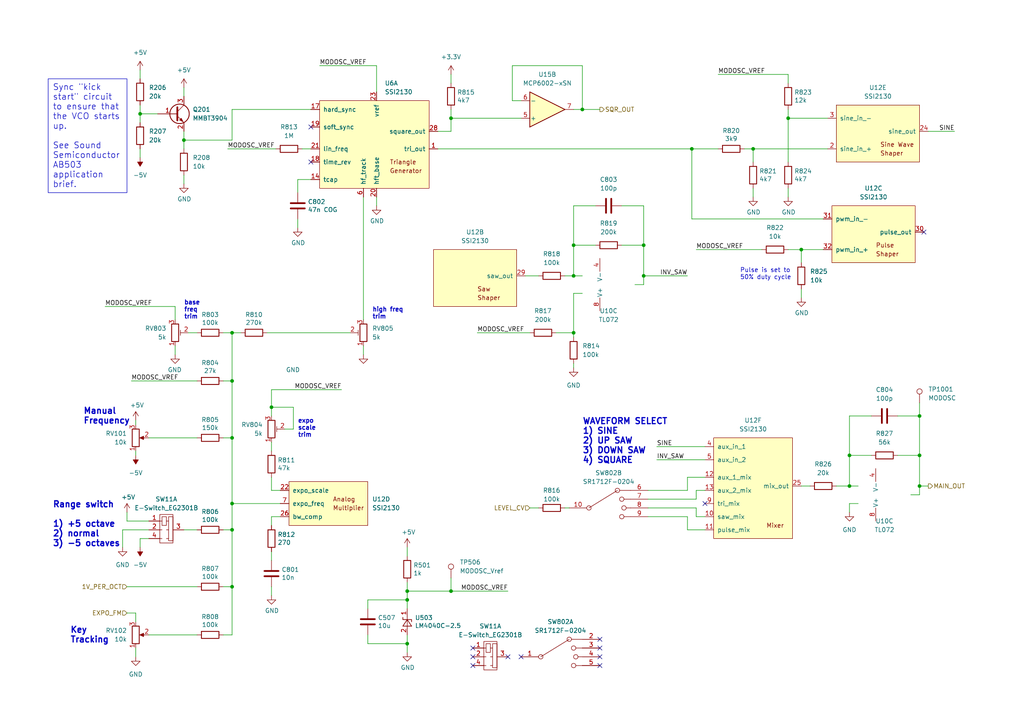
<source format=kicad_sch>
(kicad_sch (version 20230121) (generator eeschema)
  (paper "A4")
  (title_block (title "MICRO-OX Modulation Board") (date "2023-04-13") (rev "0") (comment 2 "creativecommons.org/licenses/by/4.0") (comment 3 "license: CC by 4.0") (comment 4 "Author: Jordan Aceto"))
  (lib_symbols
    (symbol "Amplifier_Operational:MCP6002-xSN" (pin_names (offset 0.127))
      (property "Reference" "U" (at 0 5.08 0))
      (property "Value" "MCP6002-xSN" (at 0 -5.08 0))
      (symbol "MCP6002-xSN_1_1"
        (polyline (pts (xy -5.08 5.08) (xy 5.08 0) (xy -5.08 -5.08) (xy -5.08 5.08)) (stroke (width 0.254)) (fill (type background)))
        (pin output line (at 7.62 0 180) (length 2.54) (name "~") (number "1"))
        (pin input line (at -7.62 -2.54 0) (length 2.54) (name "-") (number "2"))
        (pin input line (at -7.62 2.54 0) (length 2.54) (name "+") (number "3"))
      )
      (symbol "MCP6002-xSN_2_1"
        (polyline (pts (xy -5.08 5.08) (xy 5.08 0) (xy -5.08 -5.08) (xy -5.08 5.08)) (stroke (width 0.254)) (fill (type background)))
        (pin input line (at -7.62 2.54 0) (length 2.54) (name "+") (number "5"))
        (pin input line (at -7.62 -2.54 0) (length 2.54) (name "-") (number "6"))
        (pin output line (at 7.62 0 180) (length 2.54) (name "~") (number "7"))
      )
      (symbol "MCP6002-xSN_3_1"
        (pin power_in line (at -2.54 -7.62 90) (length 3.81) (name "V-") (number "4"))
        (pin power_in line (at -2.54 7.62 270) (length 3.81) (name "V+") (number "8"))
      )
    )
    (symbol "Amplifier_Operational:TL072" (pin_names (offset 0.127))
      (property "Reference" "U" (at 0 5.08 0))
      (property "Value" "TL072" (at 0 -5.08 0))
      (symbol "TL072_1_1"
        (polyline (pts (xy -5.08 5.08) (xy 5.08 0) (xy -5.08 -5.08) (xy -5.08 5.08)) (stroke (width 0.254)) (fill (type background)))
        (pin output line (at 7.62 0 180) (length 2.54) (name "~") (number "1"))
        (pin input line (at -7.62 -2.54 0) (length 2.54) (name "-") (number "2"))
        (pin input line (at -7.62 2.54 0) (length 2.54) (name "+") (number "3"))
      )
      (symbol "TL072_2_1"
        (polyline (pts (xy -5.08 5.08) (xy 5.08 0) (xy -5.08 -5.08) (xy -5.08 5.08)) (stroke (width 0.254)) (fill (type background)))
        (pin input line (at -7.62 2.54 0) (length 2.54) (name "+") (number "5"))
        (pin input line (at -7.62 -2.54 0) (length 2.54) (name "-") (number "6"))
        (pin output line (at 7.62 0 180) (length 2.54) (name "~") (number "7"))
      )
      (symbol "TL072_3_1"
        (pin power_in line (at -2.54 -7.62 90) (length 3.81) (name "V-") (number "4"))
        (pin power_in line (at -2.54 7.62 270) (length 3.81) (name "V+") (number "8"))
      )
    )
    (symbol "Connector:TestPoint" (pin_numbers hide) (pin_names (offset 0.762) hide)
      (property "Reference" "TP" (at 0 6.858 0))
      (property "Value" "TestPoint" (at 0 5.08 0))
      (symbol "TestPoint_0_1"
        (circle (center 0 3.302) (radius 0.762))
      )
      (symbol "TestPoint_1_1"
        (pin passive line (at 0 0 90) (length 2.54) (name "1") (number "1"))
      )
    )
    (symbol "Device:C" (pin_numbers hide) (pin_names (offset 0.254))
      (property "Reference" "C" (at 0.635 2.54 0))
      (property "Value" "C" (at 0.635 -2.54 0))
      (symbol "C_0_1"
        (polyline (pts (xy -2.032 -0.762) (xy 2.032 -0.762)) (stroke (width 0.508)))
        (polyline (pts (xy -2.032 0.762) (xy 2.032 0.762)) (stroke (width 0.508)))
      )
      (symbol "C_1_1"
        (pin passive line (at 0 3.81 270) (length 2.794) (name "~") (number "1"))
        (pin passive line (at 0 -3.81 90) (length 2.794) (name "~") (number "2"))
      )
    )
    (symbol "Device:R" (pin_numbers hide) (pin_names (offset 0))
      (property "Reference" "R" (at 2.032 0 90))
      (property "Value" "R" (at 0 0 90))
      (symbol "R_0_1"
        (rectangle (start -1.016 -2.54) (end 1.016 2.54) (stroke (width 0.254)))
      )
      (symbol "R_1_1"
        (pin passive line (at 0 3.81 270) (length 1.27) (name "~") (number "1"))
        (pin passive line (at 0 -3.81 90) (length 1.27) (name "~") (number "2"))
      )
    )
    (symbol "Device:R_Potentiometer" (pin_names (offset 1.016) hide)
      (property "Reference" "RV" (at -4.445 0 90))
      (property "Value" "R_Potentiometer" (at -2.54 0 90))
      (symbol "R_Potentiometer_0_1"
        (polyline (pts (xy 2.54 0) (xy 1.524 0)))
        (polyline (pts (xy 1.143 0) (xy 2.286 0.508) (xy 2.286 -0.508) (xy 1.143 0)) (fill (type outline)))
        (rectangle (start 1.016 2.54) (end -1.016 -2.54) (stroke (width 0.254)))
      )
      (symbol "R_Potentiometer_1_1"
        (pin passive line (at 0 3.81 270) (length 1.27) (name "1") (number "1"))
        (pin passive line (at 3.81 0 180) (length 1.27) (name "2") (number "2"))
        (pin passive line (at 0 -3.81 90) (length 1.27) (name "3") (number "3"))
      )
    )
    (symbol "Device:R_Potentiometer_Trim" (pin_names (offset 1.016) hide)
      (property "Reference" "RV" (at -4.445 0 90))
      (property "Value" "R_Potentiometer_Trim" (at -2.54 0 90))
      (symbol "R_Potentiometer_Trim_0_1"
        (polyline (pts (xy 1.524 0.762) (xy 1.524 -0.762)))
        (polyline (pts (xy 2.54 0) (xy 1.524 0)))
        (rectangle (start 1.016 2.54) (end -1.016 -2.54) (stroke (width 0.254)))
      )
      (symbol "R_Potentiometer_Trim_1_1"
        (pin passive line (at 0 3.81 270) (length 1.27) (name "1") (number "1"))
        (pin passive line (at 3.81 0 180) (length 1.27) (name "2") (number "2"))
        (pin passive line (at 0 -3.81 90) (length 1.27) (name "3") (number "3"))
      )
    )
    (symbol "Reference_Voltage:LM4040DBZ-2.5" (pin_names (offset 0.0254) hide)
      (property "Reference" "U" (at 0 2.54 0))
      (property "Value" "LM4040DBZ-2.5" (at 0 -3.175 0))
      (symbol "LM4040DBZ-2.5_0_1"
        (polyline (pts (xy -1.27 0) (xy 0 0) (xy 1.27 0)))
        (polyline (pts (xy -1.27 -1.27) (xy 0.635 0) (xy -1.27 1.27) (xy -1.27 -1.27)) (stroke (width 0.2032)))
        (polyline (pts (xy 0 -1.27) (xy 0.635 -1.27) (xy 0.635 1.27) (xy 1.27 1.27)) (stroke (width 0.2032)))
      )
      (symbol "LM4040DBZ-2.5_1_1"
        (pin passive line (at 3.81 0 180) (length 2.54) (name "K") (number "1"))
        (pin passive line (at -3.81 0 0) (length 2.54) (name "A") (number "2"))
      )
    )
    (symbol "Transistor_BJT:MMBT3904" (pin_names (offset 0) hide)
      (property "Reference" "Q" (at 5.08 1.905 0))
      (property "Value" "MMBT3904" (at 5.08 0 0))
      (symbol "MMBT3904_0_1"
        (polyline (pts (xy 0.635 0.635) (xy 2.54 2.54)))
        (polyline (pts (xy 0.635 -0.635) (xy 2.54 -2.54) (xy 2.54 -2.54)))
        (polyline (pts (xy 0.635 1.905) (xy 0.635 -1.905) (xy 0.635 -1.905)) (stroke (width 0.508)))
        (polyline (pts (xy 1.27 -1.778) (xy 1.778 -1.27) (xy 2.286 -2.286) (xy 1.27 -1.778) (xy 1.27 -1.778)) (fill (type outline)))
        (circle (center 1.27 0) (radius 2.8194) (stroke (width 0.254)))
      )
      (symbol "MMBT3904_1_1"
        (pin input line (at -5.08 0 0) (length 5.715) (name "B") (number "1"))
        (pin passive line (at 2.54 -5.08 90) (length 2.54) (name "E") (number "2"))
        (pin passive line (at 2.54 5.08 270) (length 2.54) (name "C") (number "3"))
      )
    )
    (symbol "custom_symbols:E-Switch_EG2301" (pin_names (offset 1.016) hide)
      (property "Reference" "SW501" (at 0 8.89 0))
      (property "Value" "E-Switch_EG2301" (at 0 6.35 0))
      (symbol "E-Switch_EG2301_0_1"
        (rectangle (start -1.905 3.81) (end -0.635 -3.175))
        (rectangle (start -1.905 4.445) (end 1.905 -3.81))
        (polyline (pts (xy -0.635 -2.54) (xy 0 -2.54)))
        (polyline (pts (xy -0.635 0) (xy 0 0)))
        (polyline (pts (xy -0.635 2.54) (xy 0 2.54)))
        (polyline (pts (xy 1.27 -2.54) (xy 1.905 -2.54)))
        (polyline (pts (xy 1.27 0) (xy 1.905 0)))
        (polyline (pts (xy 1.27 2.54) (xy 1.905 2.54) (xy 1.27 2.54)))
        (rectangle (start 0 3.81) (end 1.27 1.27))
      )
      (symbol "E-Switch_EG2301_1_1"
        (pin passive line (at 5.08 2.54 180) (length 3.175) (name "1") (number "1"))
        (pin passive line (at 5.08 0 180) (length 3.175) (name "2") (number "2"))
        (pin passive line (at -5.08 0 0) (length 3.175) (name "3") (number "3"))
        (pin passive line (at 5.08 -2.54 180) (length 3.175) (name "4") (number "4"))
      )
      (symbol "E-Switch_EG2301_2_1"
        (pin passive line (at 5.08 2.54 180) (length 3.175) (name "5") (number "5"))
        (pin passive line (at 5.08 0 180) (length 3.175) (name "6") (number "6"))
        (pin passive line (at -5.08 0 0) (length 3.175) (name "7") (number "7"))
        (pin passive line (at 5.08 -2.54 180) (length 3.175) (name "8") (number "8"))
      )
    )
    (symbol "custom_symbols:SR1712F-0204" (pin_names (offset 1.016) hide)
      (property "Reference" "SW?" (at -1.27 11.43 0))
      (property "Value" "SR1712F-0204" (at -1.27 8.89 0))
      (symbol "SR1712F-0204_0_0"
        (circle (center -4.445 0) (radius 0.635))
        (polyline (pts (xy -4.445 0) (xy 3.81 5.08)))
        (polyline (pts (xy 4.445 5.08) (xy 7.62 5.08)))
        (polyline (pts (xy 5.715 -2.54) (xy 7.62 -2.54)))
        (polyline (pts (xy 5.715 2.54) (xy 7.62 2.54)))
        (polyline (pts (xy 6.35 0) (xy 7.62 0)))
        (circle (center 3.81 5.08) (radius 0.635))
        (circle (center 5.08 -2.54) (radius 0.635))
        (circle (center 5.08 2.54) (radius 0.635))
        (circle (center 5.715 0) (radius 0.635))
      )
      (symbol "SR1712F-0204_1_1"
        (pin passive line (at -10.16 0 0) (length 5.08) (name "1") (number "1"))
        (pin passive line (at 12.7 5.08 180) (length 5.08) (name "2") (number "2"))
        (pin passive line (at 12.7 2.54 180) (length 5.08) (name "3") (number "3"))
        (pin passive line (at 12.7 0 180) (length 5.08) (name "4") (number "4"))
        (pin passive line (at 12.7 -2.54 180) (length 5.08) (name "5") (number "5"))
      )
      (symbol "SR1712F-0204_2_1"
        (pin passive line (at -10.16 0 0) (length 5.08) (name "10") (number "10"))
        (pin passive line (at 12.7 5.08 180) (length 5.08) (name "6") (number "6"))
        (pin passive line (at 12.7 2.54 180) (length 5.08) (name "7") (number "7"))
        (pin passive line (at 12.7 0 180) (length 5.08) (name "8") (number "8"))
        (pin passive line (at 12.7 -2.54 180) (length 5.08) (name "9") (number "9"))
      )
    )
    (symbol "custom_symbols:SSI2130" (pin_names (offset 1.016))
      (property "Reference" "U1" (at 2.0194 16.51 0))
      (property "Value" "SSI2130" (at 2.0194 13.97 0))
      (symbol "SSI2130_1_0"
        (polyline (pts (xy -16.51 11.43) (xy -16.51 -13.97) (xy 15.24 -13.97) (xy 15.24 11.43) (xy 6.35 11.43) (xy -16.51 11.43)) (fill (type background)))
        (text "Generator" (at 3.81 -8.89 0) (effects (font (size 1.27 1.27)) (justify left)))
        (text "Triangle" (at 3.81 -6.35 0) (effects (font (size 1.27 1.27)) (justify left)))
      )
      (symbol "SSI2130_1_1"
        (pin output line (at 17.78 -2.54 180) (length 2.54) (name "tri_out") (number "1"))
        (pin input line (at -19.05 -11.43 0) (length 2.54) (name "tcap") (number "14"))
        (pin input line (at -19.05 8.89 0) (length 2.54) (name "hard_sync") (number "17"))
        (pin input line (at -19.05 -6.35 0) (length 2.54) (name "time_rev") (number "18"))
        (pin input line (at -19.05 3.81 0) (length 2.54) (name "soft_sync") (number "19"))
        (pin input line (at 0 -16.51 90) (length 2.54) (name "hft_base") (number "20"))
        (pin input line (at -19.05 -2.54 0) (length 2.54) (name "lin_freq") (number "21"))
        (pin input line (at 0 13.97 270) (length 2.54) (name "vref") (number "23"))
        (pin output line (at 17.78 2.54 180) (length 2.54) (name "square_out") (number "28"))
        (pin input line (at -3.81 -16.51 90) (length 2.54) (name "hf_track") (number "6"))
      )
      (symbol "SSI2130_2_1"
        (polyline (pts (xy -11.43 0) (xy -11.43 7.62) (xy 12.7 7.62) (xy 12.7 -8.89) (xy -11.43 -8.89) (xy -11.43 0)) (fill (type background)))
        (text "Saw" (at 1.27 -3.81 0) (effects (font (size 1.27 1.27)) (justify left)))
        (text "Shaper" (at 1.27 -6.35 0) (effects (font (size 1.27 1.27)) (justify left)))
        (pin output line (at 15.24 0 180) (length 2.54) (name "saw_out") (number "29"))
      )
      (symbol "SSI2130_3_1"
        (polyline (pts (xy 12.7 7.62) (xy -11.43 7.62) (xy -11.43 -8.89) (xy 12.7 -8.89) (xy 12.7 7.62)) (fill (type background)))
        (text "Pulse" (at 1.27 -3.81 0) (effects (font (size 1.27 1.27)) (justify left)))
        (text "Shaper" (at 1.27 -6.35 0) (effects (font (size 1.27 1.27)) (justify left)))
        (pin output line (at 15.24 0 180) (length 2.54) (name "pulse_out") (number "30"))
        (pin input line (at -13.97 3.81 0) (length 2.54) (name "pwm_in_-") (number "31"))
        (pin input line (at -13.97 -5.08 0) (length 2.54) (name "pwm_in_+") (number "32"))
      )
      (symbol "SSI2130_4_1"
        (polyline (pts (xy -11.43 6.35) (xy -11.43 -6.35) (xy 11.43 -6.35) (xy 11.43 6.35) (xy -11.43 6.35)) (fill (type background)))
        (text "Analog" (at 1.27 1.27 0) (effects (font (size 1.27 1.27)) (justify left)))
        (text "Multiplier" (at 1.27 -1.27 0) (effects (font (size 1.27 1.27)) (justify left)))
        (pin input line (at -13.97 3.81 0) (length 2.54) (name "expo_scale") (number "22"))
        (pin input line (at -13.97 -3.81 0) (length 2.54) (name "bw_comp") (number "26"))
        (pin input line (at -13.97 0 0) (length 2.54) (name "expo_freq") (number "7"))
      )
      (symbol "SSI2130_5_1"
        (polyline (pts (xy -11.43 7.62) (xy -11.43 -8.89) (xy 12.7 -8.89) (xy 12.7 7.62) (xy -11.43 7.62)) (fill (type background)))
        (text "Shaper" (at 1.27 -6.35 0) (effects (font (size 1.27 1.27)) (justify left)))
        (text "Sine Wave" (at 1.27 -3.81 0) (effects (font (size 1.27 1.27)) (justify left)))
        (pin input line (at -13.97 -5.08 0) (length 2.54) (name "sine_in_+") (number "2"))
        (pin output line (at 15.24 0 180) (length 2.54) (name "sine_out") (number "24"))
        (pin input line (at -13.97 3.81 0) (length 2.54) (name "sine_in_-") (number "3"))
      )
      (symbol "SSI2130_6_1"
        (polyline (pts (xy 11.43 -11.43) (xy -11.43 -11.43) (xy -11.43 10.16) (xy -11.43 17.78) (xy 11.43 17.78) (xy 11.43 -11.43)) (fill (type background)))
        (text "Mixer" (at 3.81 -7.62 0) (effects (font (size 1.27 1.27)) (justify left)))
        (pin input line (at -13.97 -5.08 0) (length 2.54) (name "saw_mix") (number "10"))
        (pin input line (at -13.97 -8.89 0) (length 2.54) (name "pulse_mix") (number "11"))
        (pin input line (at -13.97 6.35 0) (length 2.54) (name "aux_1_mix") (number "12"))
        (pin input line (at -13.97 2.54 0) (length 2.54) (name "aux_2_mix") (number "13"))
        (pin output line (at 13.97 3.81 180) (length 2.54) (name "mix_out") (number "25"))
        (pin input line (at -13.97 15.24 0) (length 2.54) (name "aux_in_1") (number "4"))
        (pin input line (at -13.97 11.43 0) (length 2.54) (name "aux_in_2") (number "5"))
        (pin input line (at -13.97 -1.27 0) (length 2.54) (name "tri_mix") (number "9"))
      )
      (symbol "SSI2130_7_1"
        (polyline (pts (xy -11.43 6.35) (xy -11.43 -6.35) (xy 11.43 -6.35) (xy 11.43 6.35) (xy -11.43 6.35)) (fill (type background)))
        (text "Power" (at 1.27 0 0) (effects (font (size 1.27 1.27)) (justify left)))
        (pin power_in line (at -13.97 -1.27 0) (length 2.54) (name "dgnd") (number "15"))
        (pin power_in line (at -13.97 1.27 0) (length 2.54) (name "agnd") (number "16"))
        (pin power_in line (at -13.97 3.81 0) (length 2.54) (name "V+") (number "27"))
        (pin power_in line (at -13.97 -3.81 0) (length 2.54) (name "V-") (number "8"))
      )
    )
    (symbol "power:+3.3V" (power) (pin_names (offset 0))
      (property "Value" "+3.3V" (at 0 3.556 0))
      (symbol "+3.3V_0_1"
        (polyline (pts (xy -0.762 1.27) (xy 0 2.54)))
        (polyline (pts (xy 0 0) (xy 0 2.54)))
        (polyline (pts (xy 0 2.54) (xy 0.762 1.27)))
      )
      (symbol "+3.3V_1_1"
        (pin power_in line (at 0 0 90) (length 0) hide (name "+3.3V") (number "1"))
      )
    )
    (symbol "power:+5V" (power) (pin_names (offset 0))
      (property "Value" "+5V" (at 0 3.556 0))
      (symbol "+5V_0_1"
        (polyline (pts (xy -0.762 1.27) (xy 0 2.54)))
        (polyline (pts (xy 0 0) (xy 0 2.54)))
        (polyline (pts (xy 0 2.54) (xy 0.762 1.27)))
      )
      (symbol "+5V_1_1"
        (pin power_in line (at 0 0 90) (length 0) hide (name "+5V") (number "1"))
      )
    )
    (symbol "power:-5V" (power) (pin_names (offset 0))
      (property "Value" "-5V" (at 0 3.81 0))
      (symbol "-5V_0_0"
        (pin power_in line (at 0 0 90) (length 0) hide (name "-5V") (number "1"))
      )
      (symbol "-5V_0_1"
        (polyline (pts (xy 0 0) (xy 0 1.27) (xy 0.762 1.27) (xy 0 2.54) (xy -0.762 1.27) (xy 0 1.27)) (fill (type outline)))
      )
    )
    (symbol "power:GND" (power) (pin_names (offset 0))
      (property "Value" "GND" (at 0 -3.81 0))
      (symbol "GND_0_1"
        (polyline (pts (xy 0 0) (xy 0 -1.27) (xy 1.27 -1.27) (xy 0 -2.54) (xy -1.27 -1.27) (xy 0 -1.27)))
      )
      (symbol "GND_1_1"
        (pin power_in line (at 0 0 270) (length 0) hide (name "GND") (number "1"))
      )
    )
  )
  (junction (at 232.41 72.39))
  (junction (at 246.38 132.08))
  (junction (at 130.81 171.45))
  (junction (at 266.7 140.97))
  (junction (at 67.31 153.67))
  (junction (at 200.66 43.18))
  (junction (at 266.7 132.08))
  (junction (at 186.69 80.01))
  (junction (at 40.64 33.02))
  (junction (at 166.37 71.12))
  (junction (at 78.74 118.11))
  (junction (at 166.37 96.52))
  (junction (at 168.91 31.75))
  (junction (at 118.11 186.69))
  (junction (at 67.31 170.18))
  (junction (at 53.34 40.64))
  (junction (at 130.81 34.29))
  (junction (at 228.6 34.29))
  (junction (at 246.38 140.97))
  (junction (at 67.31 127))
  (junction (at 186.69 71.12))
  (junction (at 166.37 80.01))
  (junction (at 67.31 110.49))
  (junction (at 266.7 120.65))
  (junction (at 67.31 96.52))
  (junction (at 67.31 146.05))
  (junction (at 118.11 171.45))
  (junction (at 118.11 173.99))
  (junction (at 218.44 43.18))
  (no_connect (at 137.16 187.96))
  (no_connect (at 147.32 190.5))
  (no_connect (at 267.97 67.31))
  (no_connect (at 90.17 46.99))
  (no_connect (at 151.13 190.5))
  (no_connect (at 204.47 146.05))
  (no_connect (at 173.99 193.04))
  (no_connect (at 137.16 190.5))
  (no_connect (at 173.99 190.5))
  (no_connect (at 173.99 185.42))
  (no_connect (at 137.16 193.04))
  (no_connect (at 90.17 36.83))
  (no_connect (at 173.99 187.96))
  (wire (pts (xy 180.34 71.12) (xy 186.69 71.12)))
  (wire (pts (xy 118.11 176.53) (xy 118.11 173.99)))
  (wire (pts (xy 78.74 149.86) (xy 81.28 149.86)))
  (wire (pts (xy 246.38 148.59) (xy 246.38 146.05)))
  (wire (pts (xy 130.81 167.64) (xy 130.81 171.45)))
  (wire (pts (xy 67.31 146.05) (xy 67.31 153.67)))
  (wire (pts (xy 201.93 144.78) (xy 201.93 142.24)))
  (wire (pts (xy 64.77 170.18) (xy 67.31 170.18)))
  (wire (pts (xy 260.35 132.08) (xy 266.7 132.08)))
  (wire (pts (xy 40.64 20.32) (xy 40.64 22.86)))
  (wire (pts (xy 64.77 184.15) (xy 67.31 184.15)))
  (wire (pts (xy 199.39 142.24) (xy 199.39 138.43)))
  (wire (pts (xy 246.38 120.65) (xy 246.38 132.08)))
  (wire (pts (xy 201.93 147.32) (xy 187.96 147.32)))
  (wire (pts (xy 269.24 38.1) (xy 276.86 38.1)))
  (wire (pts (xy 78.74 152.4) (xy 78.74 149.86)))
  (wire (pts (xy 39.37 177.8) (xy 39.37 180.34)))
  (wire (pts (xy 266.7 132.08) (xy 266.7 140.97)))
  (wire (pts (xy 200.66 63.5) (xy 200.66 43.18)))
  (wire (pts (xy 208.28 21.59) (xy 228.6 21.59)))
  (wire (pts (xy 36.83 177.8) (xy 39.37 177.8)))
  (wire (pts (xy 92.71 19.05) (xy 109.22 19.05)))
  (wire (pts (xy 186.69 82.55) (xy 184.15 82.55)))
  (wire (pts (xy 85.09 124.46) (xy 85.09 118.11)))
  (wire (pts (xy 130.81 34.29) (xy 130.81 31.75)))
  (wire (pts (xy 148.59 29.21) (xy 148.59 19.05)))
  (wire (pts (xy 67.31 40.64) (xy 67.31 31.75)))
  (wire (pts (xy 166.37 80.01) (xy 166.37 71.12)))
  (wire (pts (xy 130.81 38.1) (xy 130.81 34.29)))
  (wire (pts (xy 252.73 120.65) (xy 246.38 120.65)))
  (wire (pts (xy 53.34 40.64) (xy 53.34 43.18)))
  (wire (pts (xy 78.74 130.81) (xy 78.74 128.27)))
  (wire (pts (xy 130.81 24.13) (xy 130.81 21.59)))
  (wire (pts (xy 266.7 116.84) (xy 266.7 120.65)))
  (wire (pts (xy 67.31 110.49) (xy 67.31 127)))
  (wire (pts (xy 53.34 40.64) (xy 67.31 40.64)))
  (wire (pts (xy 67.31 31.75) (xy 90.17 31.75)))
  (wire (pts (xy 106.68 186.69) (xy 118.11 186.69)))
  (wire (pts (xy 64.77 96.52) (xy 67.31 96.52)))
  (wire (pts (xy 166.37 31.75) (xy 168.91 31.75)))
  (wire (pts (xy 106.68 173.99) (xy 118.11 173.99)))
  (wire (pts (xy 81.28 146.05) (xy 67.31 146.05)))
  (wire (pts (xy 36.83 148.59) (xy 36.83 151.13)))
  (wire (pts (xy 67.31 110.49) (xy 64.77 110.49)))
  (wire (pts (xy 127 43.18) (xy 200.66 43.18)))
  (wire (pts (xy 204.47 149.86) (xy 201.93 149.86)))
  (wire (pts (xy 43.18 184.15) (xy 57.15 184.15)))
  (wire (pts (xy 40.64 156.21) (xy 40.64 158.75)))
  (wire (pts (xy 40.64 43.18) (xy 40.64 45.72)))
  (wire (pts (xy 201.93 72.39) (xy 220.98 72.39)))
  (wire (pts (xy 118.11 171.45) (xy 130.81 171.45)))
  (wire (pts (xy 166.37 71.12) (xy 172.72 71.12)))
  (wire (pts (xy 39.37 187.96) (xy 39.37 190.5)))
  (wire (pts (xy 248.92 140.97) (xy 246.38 140.97)))
  (wire (pts (xy 240.03 34.29) (xy 228.6 34.29)))
  (wire (pts (xy 200.66 43.18) (xy 208.28 43.18)))
  (wire (pts (xy 50.8 88.9) (xy 50.8 92.71)))
  (wire (pts (xy 40.64 156.21) (xy 43.18 156.21)))
  (wire (pts (xy 232.41 140.97) (xy 234.95 140.97)))
  (wire (pts (xy 82.55 124.46) (xy 85.09 124.46)))
  (wire (pts (xy 168.91 31.75) (xy 168.91 19.05)))
  (wire (pts (xy 66.04 43.18) (xy 80.01 43.18)))
  (wire (pts (xy 201.93 149.86) (xy 201.93 147.32)))
  (wire (pts (xy 186.69 71.12) (xy 186.69 80.01)))
  (wire (pts (xy 78.74 113.03) (xy 99.06 113.03)))
  (wire (pts (xy 109.22 19.05) (xy 109.22 26.67)))
  (wire (pts (xy 232.41 72.39) (xy 232.41 76.2)))
  (wire (pts (xy 40.64 30.48) (xy 40.64 33.02)))
  (wire (pts (xy 163.83 147.32) (xy 165.1 147.32)))
  (wire (pts (xy 50.8 102.87) (xy 50.8 100.33)))
  (wire (pts (xy 118.11 158.75) (xy 118.11 161.29)))
  (wire (pts (xy 40.64 33.02) (xy 40.64 35.56)))
  (wire (pts (xy 166.37 85.09) (xy 166.37 96.52)))
  (wire (pts (xy 152.4 80.01) (xy 156.21 80.01)))
  (wire (pts (xy 260.35 120.65) (xy 266.7 120.65)))
  (wire (pts (xy 86.36 66.04) (xy 86.36 63.5)))
  (wire (pts (xy 67.31 127) (xy 67.31 146.05)))
  (wire (pts (xy 130.81 34.29) (xy 151.13 34.29)))
  (wire (pts (xy 118.11 173.99) (xy 118.11 171.45)))
  (wire (pts (xy 246.38 146.05) (xy 248.92 146.05)))
  (wire (pts (xy 78.74 118.11) (xy 78.74 120.65)))
  (wire (pts (xy 38.1 110.49) (xy 57.15 110.49)))
  (wire (pts (xy 199.39 138.43) (xy 204.47 138.43)))
  (wire (pts (xy 187.96 142.24) (xy 199.39 142.24)))
  (wire (pts (xy 190.5 133.35) (xy 204.47 133.35)))
  (wire (pts (xy 166.37 106.68) (xy 166.37 105.41)))
  (wire (pts (xy 172.72 59.69) (xy 166.37 59.69)))
  (wire (pts (xy 118.11 189.23) (xy 118.11 186.69)))
  (wire (pts (xy 54.61 96.52) (xy 57.15 96.52)))
  (wire (pts (xy 228.6 24.13) (xy 228.6 21.59)))
  (wire (pts (xy 86.36 52.07) (xy 90.17 52.07)))
  (wire (pts (xy 187.96 144.78) (xy 201.93 144.78)))
  (wire (pts (xy 106.68 184.15) (xy 106.68 186.69)))
  (wire (pts (xy 118.11 186.69) (xy 118.11 184.15)))
  (wire (pts (xy 186.69 71.12) (xy 186.69 59.69)))
  (wire (pts (xy 78.74 172.72) (xy 78.74 170.18)))
  (wire (pts (xy 232.41 83.82) (xy 232.41 86.36)))
  (wire (pts (xy 130.81 171.45) (xy 147.32 171.45)))
  (wire (pts (xy 86.36 55.88) (xy 86.36 52.07)))
  (wire (pts (xy 242.57 140.97) (xy 246.38 140.97)))
  (wire (pts (xy 53.34 38.1) (xy 53.34 40.64)))
  (wire (pts (xy 228.6 72.39) (xy 232.41 72.39)))
  (wire (pts (xy 67.31 96.52) (xy 67.31 110.49)))
  (wire (pts (xy 101.6 96.52) (xy 77.47 96.52)))
  (wire (pts (xy 166.37 97.79) (xy 166.37 96.52)))
  (wire (pts (xy 78.74 138.43) (xy 78.74 142.24)))
  (wire (pts (xy 53.34 53.34) (xy 53.34 50.8)))
  (wire (pts (xy 67.31 170.18) (xy 67.31 153.67)))
  (wire (pts (xy 201.93 142.24) (xy 204.47 142.24)))
  (wire (pts (xy 67.31 96.52) (xy 69.85 96.52)))
  (wire (pts (xy 67.31 127) (xy 64.77 127)))
  (wire (pts (xy 151.13 29.21) (xy 148.59 29.21)))
  (wire (pts (xy 81.28 142.24) (xy 78.74 142.24)))
  (wire (pts (xy 67.31 184.15) (xy 67.31 170.18)))
  (wire (pts (xy 168.91 31.75) (xy 173.99 31.75)))
  (wire (pts (xy 166.37 59.69) (xy 166.37 71.12)))
  (wire (pts (xy 39.37 121.92) (xy 39.37 123.19)))
  (wire (pts (xy 228.6 46.99) (xy 228.6 34.29)))
  (wire (pts (xy 109.22 59.69) (xy 109.22 57.15)))
  (wire (pts (xy 266.7 143.51) (xy 264.16 143.51)))
  (wire (pts (xy 204.47 153.67) (xy 199.39 153.67)))
  (wire (pts (xy 168.91 80.01) (xy 166.37 80.01)))
  (wire (pts (xy 106.68 176.53) (xy 106.68 173.99)))
  (wire (pts (xy 127 38.1) (xy 130.81 38.1)))
  (wire (pts (xy 87.63 43.18) (xy 90.17 43.18)))
  (wire (pts (xy 163.83 80.01) (xy 166.37 80.01)))
  (wire (pts (xy 78.74 162.56) (xy 78.74 160.02)))
  (wire (pts (xy 118.11 171.45) (xy 118.11 168.91)))
  (wire (pts (xy 199.39 149.86) (xy 187.96 149.86)))
  (wire (pts (xy 246.38 140.97) (xy 246.38 132.08)))
  (wire (pts (xy 39.37 130.81) (xy 39.37 132.08)))
  (wire (pts (xy 85.09 118.11) (xy 78.74 118.11)))
  (wire (pts (xy 186.69 80.01) (xy 186.69 82.55)))
  (wire (pts (xy 199.39 80.01) (xy 186.69 80.01)))
  (wire (pts (xy 186.69 59.69) (xy 180.34 59.69)))
  (wire (pts (xy 266.7 140.97) (xy 269.24 140.97)))
  (wire (pts (xy 190.5 129.54) (xy 204.47 129.54)))
  (wire (pts (xy 228.6 54.61) (xy 228.6 57.15)))
  (wire (pts (xy 153.67 147.32) (xy 156.21 147.32)))
  (wire (pts (xy 166.37 85.09) (xy 168.91 85.09)))
  (wire (pts (xy 36.83 170.18) (xy 57.15 170.18)))
  (wire (pts (xy 35.56 158.75) (xy 35.56 153.67)))
  (wire (pts (xy 105.41 102.87) (xy 105.41 100.33)))
  (wire (pts (xy 35.56 153.67) (xy 43.18 153.67)))
  (wire (pts (xy 36.83 151.13) (xy 43.18 151.13)))
  (wire (pts (xy 30.48 88.9) (xy 50.8 88.9)))
  (wire (pts (xy 138.43 96.52) (xy 153.67 96.52)))
  (wire (pts (xy 57.15 127) (xy 43.18 127)))
  (wire (pts (xy 218.44 46.99) (xy 218.44 43.18)))
  (wire (pts (xy 168.91 19.05) (xy 148.59 19.05)))
  (wire (pts (xy 78.74 113.03) (xy 78.74 118.11)))
  (wire (pts (xy 53.34 27.94) (xy 53.34 25.4)))
  (wire (pts (xy 199.39 153.67) (xy 199.39 149.86)))
  (wire (pts (xy 228.6 34.29) (xy 228.6 31.75)))
  (wire (pts (xy 53.34 153.67) (xy 57.15 153.67)))
  (wire (pts (xy 215.9 43.18) (xy 218.44 43.18)))
  (wire (pts (xy 246.38 132.08) (xy 252.73 132.08)))
  (wire (pts (xy 218.44 43.18) (xy 240.03 43.18)))
  (wire (pts (xy 266.7 140.97) (xy 266.7 143.51)))
  (wire (pts (xy 161.29 96.52) (xy 166.37 96.52)))
  (wire (pts (xy 218.44 54.61) (xy 218.44 57.15)))
  (wire (pts (xy 64.77 153.67) (xy 67.31 153.67)))
  (wire (pts (xy 105.41 57.15) (xy 105.41 92.71)))
  (wire (pts (xy 232.41 72.39) (xy 238.76 72.39)))
  (wire (pts (xy 238.76 63.5) (xy 200.66 63.5)))
  (wire (pts (xy 266.7 120.65) (xy 266.7 132.08)))
  (wire (pts (xy 40.64 33.02) (xy 45.72 33.02)))
  (text_box "Sync \"kick start\" circuit to ensure that the VCO starts up.\n\nSee Sound Semiconductor AB503 application brief." (at 13.97 22.86 0) (size 22.86 33.02) (effects (font (size 1.75 1.75)) (justify left top)))
  (text "Range switch\n\n1) +5 octave\n2) normal\n3) -5 octaves" (at 15.24 158.75 0) (effects (font (size 1.75 1.75) (thickness 0.35) bold) (justify left bottom)))
  (text "Key\nTracking" (at 20.32 186.69 0) (effects (font (size 1.75 1.75) (thickness 0.35) bold) (justify left bottom)))
  (text "WAVEFORM SELECT\n1) SINE\n2) UP SAW\n3) DOWN SAW\n4) SQUARE" (at 168.91 134.62 0) (effects (font (size 1.75 1.75) (thickness 0.35) bold) (justify left bottom)))
  (text "expo\nscale \ntrim" (at 86.36 127 0) (effects (font (size 1.27 1.27) (thickness 0.254) bold) (justify left bottom)))
  (text "Pulse is set to\n50% duty cycle" (at 214.63 81.28 0) (effects (font (size 1.27 1.27)) (justify left bottom)))
  (text "Manual\nFrequency" (at 24.13 123.19 0) (effects (font (size 1.75 1.75) (thickness 0.35) bold) (justify left bottom)))
  (text "base\nfreq\ntrim" (at 53.34 92.71 0) (effects (font (size 1.27 1.27) (thickness 0.254) bold) (justify left bottom)))
  (text "high freq\ntrim" (at 107.95 92.71 0) (effects (font (size 1.27 1.27) (thickness 0.254) bold) (justify left bottom)))
  (label "MODOSC_VREF" (at 147.32 171.45 180))
  (label "INV_SAW" (at 190.5 133.35 0))
  (label "MODOSC_VREF" (at 66.04 43.18 0))
  (label "MODOSC_VREF" (at 138.43 96.52 0))
  (label "MODOSC_VREF" (at 208.28 21.59 0))
  (label "INV_SAW" (at 199.39 80.01 180))
  (label "MODOSC_VREF" (at 201.93 72.39 0))
  (label "MODOSC_VREF" (at 38.1 110.49 0))
  (label "SINE" (at 276.86 38.1 180))
  (label "MODOSC_VREF" (at 99.06 113.03 180))
  (label "MODOSC_VREF" (at 30.48 88.9 0))
  (label "MODOSC_VREF" (at 92.71 19.05 0))
  (label "SINE" (at 190.5 129.54 0))
  (hierarchical_label "MAIN_OUT" (shape output) (at 269.24 140.97 0))
  (hierarchical_label "1V_PER_OCT" (shape input) (at 36.83 170.18 180))
  (hierarchical_label "EXPO_FM" (shape input) (at 36.83 177.8 180))
  (hierarchical_label "LEVEL_CV" (shape input) (at 153.67 147.32 180))
  (hierarchical_label "SQR_OUT" (shape output) (at 173.99 31.75 0))
  (symbol (lib_id "Device:C") (at 86.36 59.69 0) (unit 1)
    (property "Reference" "C802" (at 89.281 58.5216 0) (effects (justify left)))
    (property "Value" "47n COG" (at 89.281 60.833 0) (effects (justify left)))
    (property "Footprint" "Capacitor_SMD:C_0805_2012Metric" (effects hide))
  )
  (symbol (lib_id "power:GND") (at 166.37 106.68 0) (unit 1)
    (property "Reference" "#PWR0821" (effects hide))
    (property "Value" "GND" (at 166.37 111.76 0))
  )
  (symbol (lib_id "Device:R") (at 224.79 72.39 90) (unit 1)
    (property "Reference" "R822" (at 224.79 66.04 90))
    (property "Value" "10k" (at 224.79 68.58 90))
    (property "Footprint" "Resistor_SMD:R_0603_1608Metric" (effects hide))
  )
  (symbol (lib_id "Device:R_Potentiometer") (at 39.37 184.15 0) (mirror x) (unit 1)
    (property "Reference" "RV102" (at 36.83 182.8799 0) (effects (justify right)))
    (property "Value" "10k" (at 36.83 185.4199 0) (effects (justify right)))
    (property "Footprint" "Potentiometer_THT:Potentiometer_Alpha_RD901F-40-00D_Single_Vertical" (effects hide))
    (instances (project "modulation_board" (path "" (reference "RV102") (unit 1)) (path "" (reference "RV802") (unit 1))))
  )
  (symbol (lib_id "Device:R") (at 60.96 170.18 270) (unit 1)
    (property "Reference" "R807" (at 60.96 164.9222 90))
    (property "Value" "100k" (at 60.96 167.2336 90))
    (property "Footprint" "Resistor_SMD:R_0603_1608Metric" (effects hide))
  )
  (symbol (lib_id "power:GND") (at 86.36 66.04 0) (unit 1)
    (property "Reference" "#PWR0815" (effects hide))
    (property "Value" "~" (at 86.487 70.4342 0))
  )
  (symbol (lib_id "Device:C") (at 256.54 120.65 90) (unit 1)
    (property "Reference" "C804" (at 256.54 113.03 90))
    (property "Value" "100p" (at 256.54 115.57 90))
    (property "Footprint" "Capacitor_SMD:C_0603_1608Metric" (effects hide))
  )
  (symbol (lib_id "Device:R") (at 78.74 156.21 0) (unit 1)
    (property "Reference" "R812" (at 80.518 155.0416 0) (effects (justify left)))
    (property "Value" "270" (at 80.518 157.353 0) (effects (justify left)))
    (property "Footprint" "Resistor_SMD:R_0603_1608Metric" (effects hide))
  )
  (symbol (lib_id "Device:R") (at 166.37 101.6 180) (unit 1)
    (property "Reference" "R814" (at 168.91 100.33 0) (effects (justify right)))
    (property "Value" "100k" (at 168.91 102.87 0) (effects (justify right)))
    (property "Footprint" "Resistor_SMD:R_0603_1608Metric" (effects hide))
  )
  (symbol (lib_id "power:GND") (at 218.44 57.15 0) (unit 1)
    (property "Reference" "#PWR0822" (effects hide))
    (property "Value" "~" (at 218.567 61.5442 0))
  )
  (symbol (lib_id "Device:R") (at 130.81 27.94 180) (unit 1)
    (property "Reference" "R815" (at 132.588 26.7716 0) (effects (justify right)))
    (property "Value" "4k7" (at 132.588 29.083 0) (effects (justify right)))
    (property "Footprint" "Resistor_SMD:R_0603_1608Metric" (effects hide))
  )
  (symbol (lib_id "custom_symbols:SR1712F-0204") (at 161.29 190.5 0) (unit 1)
    (property "Reference" "SW802" (at 162.56 180.34 0))
    (property "Value" "SR1712F-0204" (at 162.56 182.88 0))
    (property "Footprint" "custom_footprints:SR1712F_rotary_switch" (effects hide))
  )
  (symbol (lib_id "custom_symbols:SSI2130") (at 95.25 146.05 0) (unit 4)
    (property "Reference" "U12" (at 107.95 144.78 0) (effects (justify left)))
    (property "Value" "SSI2130" (at 107.95 147.32 0) (effects (justify left)))
    (property "Footprint" "Package_DFN_QFN:QFN-32-1EP_4x4mm_P0.4mm_EP2.9x2.9mm" (effects hide))
    (property "Datasheet" "https://www.soundsemiconductor.com/downloads/ssi2130datasheet.pdf" (effects hide))
  )
  (symbol (lib_id "custom_symbols:E-Switch_EG2301") (at 142.24 190.5 0) (mirror y) (unit 1)
    (property "Reference" "SW11" (at 142.24 181.61 0))
    (property "Value" "E-Switch_EG2301B" (at 142.24 184.15 0))
    (property "Footprint" "custom_footprints:E-Switch_EG2301" (effects hide))
    (property "Datasheet" "https://www.e-switch.com/wp-content/uploads/2022/06/EG.pdf" (effects hide))
    (instances (project "main_VCO_board" (path "" (reference "SW11") (unit 1))) (project "modulation_board" (path "" (reference "SW?") (unit 1)) (path "" (reference "SW801") (unit 2))))
  )
  (symbol (lib_id "power:GND") (at 118.11 189.23 0) (unit 1)
    (property "Reference" "#PWR0514" (effects hide))
    (property "Value" "GND" (at 118.237 193.6242 0))
    (instances (project "modulation_board" (path "" (reference "#PWR0514") (unit 1)) (path "" (reference "#PWR0602") (unit 1)) (path "" (reference "#PWR0827") (unit 1))))
  )
  (symbol (lib_id "Transistor_BJT:MMBT3904") (at 50.8 33.02 0) (unit 1)
    (property "Reference" "Q201" (at 55.88 31.75 0) (effects (justify left)))
    (property "Value" "MMBT3904" (at 55.88 34.29 0) (effects (justify left)))
    (property "Footprint" "Package_TO_SOT_SMD:SOT-23" (effects hide))
    (property "Datasheet" "https://www.onsemi.com/pub/Collateral/2N3903-D.PDF" (effects hide))
    (instances (project "main_VCO_board" (path "" (reference "Q201") (unit 1)) (path "" (reference "Q301") (unit 1))) (project "modulation_board" (path "" (reference "Q801") (unit 1))))
  )
  (symbol (lib_id "Device:R") (at 60.96 127 270) (unit 1)
    (property "Reference" "R805" (at 60.96 121.7422 90))
    (property "Value" "150k" (at 60.96 124.0536 90))
    (property "Footprint" "Resistor_SMD:R_0603_1608Metric" (effects hide))
  )
  (symbol (lib_id "power:GND") (at 246.38 148.59 0) (unit 1)
    (property "Reference" "#PWR0825" (effects hide))
    (property "Value" "GND" (at 246.38 153.67 0))
  )
  (symbol (lib_id "Device:C") (at 176.53 59.69 90) (unit 1)
    (property "Reference" "C803" (at 176.53 52.07 90))
    (property "Value" "100p" (at 176.53 54.61 90))
    (property "Footprint" "Capacitor_SMD:C_0603_1608Metric" (effects hide))
  )
  (symbol (lib_id "power:+5V") (at 36.83 148.59 0) (unit 1)
    (property "Reference" "#PWR0110" (effects hide))
    (property "Value" "+5V" (at 37.211 144.1958 0))
    (instances (project "modulation_board" (path "" (reference "#PWR0110") (unit 1)) (path "" (reference "#PWR0805") (unit 1))))
  )
  (symbol (lib_id "Amplifier_Operational:TL072") (at 256.54 143.51 0) (mirror x) (unit 3)
    (property "Reference" "U10" (at 256.54 151.13 0))
    (property "Value" "TL072" (at 256.54 153.67 0))
    (property "Footprint" "Package_SO:SOIC-8_3.9x4.9mm_P1.27mm" (effects hide))
    (property "Datasheet" "http://www.ti.com/lit/ds/symlink/tl071.pdf" (effects hide))
    (instances (project "modulation_board" (path "" (reference "U10") (unit 3)) (path "" (reference "U13") (unit 2))) (project "VCF_VCA_board" (path "" (reference "U1") (unit 3))))
  )
  (symbol (lib_id "Amplifier_Operational:MCP6002-xSN") (at 158.75 31.75 0) (mirror x) (unit 2)
    (property "Reference" "U15" (at 158.75 21.59 0))
    (property "Value" "MCP6002-xSN" (at 158.75 24.13 0))
    (property "Footprint" "Package_SO:SOIC-8_3.9x4.9mm_P1.27mm" (effects hide))
    (property "Datasheet" "http://ww1.microchip.com/downloads/en/DeviceDoc/21733j.pdf" (effects hide))
  )
  (symbol (lib_id "Device:R") (at 232.41 80.01 0) (unit 1)
    (property "Reference" "R825" (at 234.95 78.7399 0) (effects (justify left)))
    (property "Value" "10k" (at 234.95 81.2799 0) (effects (justify left)))
    (property "Footprint" "Resistor_SMD:R_0603_1608Metric" (effects hide))
  )
  (symbol (lib_id "Device:R") (at 78.74 134.62 0) (unit 1)
    (property "Reference" "R811" (at 80.518 133.4516 0) (effects (justify left)))
    (property "Value" "47k" (at 80.518 135.763 0) (effects (justify left)))
    (property "Footprint" "Resistor_SMD:R_0603_1608Metric" (effects hide))
  )
  (symbol (lib_id "custom_symbols:SSI2130") (at 254 38.1 0) (unit 5)
    (property "Reference" "U12" (at 254.635 25.4 0))
    (property "Value" "SSI2130" (at 254.635 27.94 0))
    (property "Footprint" "Package_DFN_QFN:QFN-32-1EP_4x4mm_P0.4mm_EP2.9x2.9mm" (effects hide))
    (property "Datasheet" "https://www.soundsemiconductor.com/downloads/ssi2130datasheet.pdf" (effects hide))
  )
  (symbol (lib_id "power:GND") (at 232.41 86.36 0) (unit 1)
    (property "Reference" "#PWR0824" (effects hide))
    (property "Value" "~" (at 232.537 90.7542 0))
  )
  (symbol (lib_id "power:+5V") (at 118.11 158.75 0) (unit 1)
    (property "Reference" "#PWR0513" (effects hide))
    (property "Value" "+5V" (at 118.491 154.3558 0))
    (instances (project "modulation_board" (path "" (reference "#PWR0513") (unit 1)) (path "" (reference "#PWR0601") (unit 1)) (path "" (reference "#PWR0826") (unit 1))))
  )
  (symbol (lib_id "custom_symbols:E-Switch_EG2301") (at 48.26 153.67 0) (mirror y) (unit 1)
    (property "Reference" "SW11" (at 48.26 144.78 0))
    (property "Value" "E-Switch_EG2301B" (at 48.26 147.32 0))
    (property "Footprint" "custom_footprints:E-Switch_EG2301" (effects hide))
    (property "Datasheet" "https://www.e-switch.com/wp-content/uploads/2022/06/EG.pdf" (effects hide))
    (instances (project "main_VCO_board" (path "" (reference "SW11") (unit 1))) (project "modulation_board" (path "" (reference "SW?") (unit 1)) (path "" (reference "SW801") (unit 1))))
  )
  (symbol (lib_id "power:+3.3V") (at 130.81 21.59 0) (unit 1)
    (property "Reference" "#PWR0819" (effects hide))
    (property "Value" "+3.3V" (at 130.81 16.51 0))
  )
  (symbol (lib_id "custom_symbols:SR1712F-0204") (at 175.26 147.32 0) (unit 2)
    (property "Reference" "SW802" (at 176.53 137.16 0))
    (property "Value" "SR1712F-0204" (at 176.53 139.7 0))
    (property "Footprint" "custom_footprints:SR1712F_rotary_switch" (effects hide))
  )
  (symbol (lib_id "Device:R") (at 176.53 71.12 90) (unit 1)
    (property "Reference" "R819" (at 176.53 64.77 90))
    (property "Value" "200k" (at 176.53 67.31 90))
    (property "Footprint" "Resistor_SMD:R_0603_1608Metric" (effects hide))
  )
  (symbol (lib_id "Device:R") (at 256.54 132.08 90) (unit 1)
    (property "Reference" "R827" (at 256.54 125.73 90))
    (property "Value" "56k" (at 256.54 128.27 90))
    (property "Footprint" "Resistor_SMD:R_0603_1608Metric" (effects hide))
  )
  (symbol (lib_id "Device:R_Potentiometer_Trim") (at 78.74 124.46 0) (mirror x) (unit 1)
    (property "Reference" "RV804" (at 76.2 123.1899 0) (effects (justify right)))
    (property "Value" "5k" (at 76.2 125.7299 0) (effects (justify right)))
    (property "Footprint" "Potentiometer_THT:Potentiometer_Bourns_3296W_Vertical" (effects hide))
  )
  (symbol (lib_id "Device:R") (at 73.66 96.52 270) (unit 1)
    (property "Reference" "R810" (at 73.66 91.2622 90))
    (property "Value" "270k" (at 73.66 93.5736 90))
    (property "Footprint" "Resistor_SMD:R_0603_1608Metric" (effects hide))
  )
  (symbol (lib_id "Device:R") (at 157.48 96.52 90) (unit 1)
    (property "Reference" "R817" (at 157.48 90.17 90))
    (property "Value" "200k" (at 157.48 92.71 90))
    (property "Footprint" "Resistor_SMD:R_0603_1608Metric" (effects hide))
  )
  (symbol (lib_id "Device:R") (at 228.6 27.94 180) (unit 1)
    (property "Reference" "R823" (at 230.378 26.7716 0) (effects (justify right)))
    (property "Value" "12k" (at 230.378 29.083 0) (effects (justify right)))
    (property "Footprint" "Resistor_SMD:R_0603_1608Metric" (effects hide))
  )
  (symbol (lib_id "Device:R") (at 40.64 39.37 0) (unit 1)
    (property "Reference" "R207" (at 43.18 38.1 0) (effects (justify left)))
    (property "Value" "20k" (at 43.18 40.64 0) (effects (justify left)))
    (property "Footprint" "Resistor_SMD:R_0603_1608Metric" (effects hide))
    (instances (project "main_VCO_board" (path "" (reference "R207") (unit 1)) (path "" (reference "R307") (unit 1))) (project "modulation_board" (path "" (reference "R802") (unit 1))))
  )
  (symbol (lib_id "power:-5V") (at 40.64 158.75 180) (unit 1)
    (property "Reference" "#PWR0109" (effects hide))
    (property "Value" "-5V" (at 40.64 163.83 0))
    (instances (project "modulation_board" (path "" (reference "#PWR0109") (unit 1)) (path "" (reference "#PWR0806") (unit 1))))
  )
  (symbol (lib_id "Device:R") (at 60.96 110.49 270) (unit 1)
    (property "Reference" "R804" (at 60.96 105.2322 90))
    (property "Value" "27k" (at 60.96 107.5436 90))
    (property "Footprint" "Resistor_SMD:R_0603_1608Metric" (effects hide))
  )
  (symbol (lib_id "power:+5V") (at 53.34 25.4 0) (unit 1)
    (property "Reference" "#PWR0204" (effects hide))
    (property "Value" "+5V" (at 53.34 20.32 0))
    (instances (project "main_VCO_board" (path "" (reference "#PWR0204") (unit 1)) (path "" (reference "#PWR0304") (unit 1))) (project "modulation_board" (path "" (reference "#PWR0810") (unit 1))))
  )
  (symbol (lib_id "power:GND") (at 109.22 59.69 0) (unit 1)
    (property "Reference" "#PWR0817" (effects hide))
    (property "Value" "~" (at 109.347 64.0842 0))
  )
  (symbol (lib_id "power:-5V") (at 40.64 45.72 180) (unit 1)
    (property "Reference" "#PWR0203" (effects hide))
    (property "Value" "-5V" (at 40.64 50.8 0))
    (instances (project "main_VCO_board" (path "" (reference "#PWR0203") (unit 1)) (path "" (reference "#PWR0303") (unit 1))) (project "modulation_board" (path "" (reference "#PWR0808") (unit 1))))
  )
  (symbol (lib_id "Device:R") (at 83.82 43.18 270) (unit 1)
    (property "Reference" "R813" (at 83.82 36.83 90))
    (property "Value" "1M" (at 83.82 39.37 90))
    (property "Footprint" "Resistor_SMD:R_0603_1608Metric" (effects hide))
  )
  (symbol (lib_id "power:-5V") (at 39.37 132.08 180) (unit 1)
    (property "Reference" "#PWR0112" (effects hide))
    (property "Value" "-5V" (at 39.37 137.16 0))
    (instances (project "modulation_board" (path "" (reference "#PWR0112") (unit 1)) (path "" (reference "#PWR0803") (unit 1))))
  )
  (symbol (lib_id "power:GND") (at 105.41 102.87 0) (mirror y) (unit 1)
    (property "Reference" "#PWR0816" (effects hide))
    (property "Value" "~" (at 84.963 107.2642 0))
  )
  (symbol (lib_id "Device:R") (at 53.34 46.99 0) (unit 1)
    (property "Reference" "R208" (at 55.88 45.72 0) (effects (justify left)))
    (property "Value" "10k" (at 55.88 48.26 0) (effects (justify left)))
    (property "Footprint" "Resistor_SMD:R_0603_1608Metric" (effects hide))
    (instances (project "main_VCO_board" (path "" (reference "R208") (unit 1)) (path "" (reference "R308") (unit 1))) (project "modulation_board" (path "" (reference "R809") (unit 1))))
  )
  (symbol (lib_id "Amplifier_Operational:TL072") (at 176.53 82.55 0) (mirror x) (unit 3)
    (property "Reference" "U10" (at 176.53 90.17 0))
    (property "Value" "TL072" (at 176.53 92.71 0))
    (property "Footprint" "Package_SO:SOIC-8_3.9x4.9mm_P1.27mm" (effects hide))
    (property "Datasheet" "http://www.ti.com/lit/ds/symlink/tl071.pdf" (effects hide))
    (instances (project "modulation_board" (path "" (reference "U10") (unit 3)) (path "" (reference "U13") (unit 1))) (project "VCF_VCA_board" (path "" (reference "U1") (unit 3))))
  )
  (symbol (lib_id "Device:R") (at 40.64 26.67 0) (unit 1)
    (property "Reference" "R206" (at 43.18 25.4 0) (effects (justify left)))
    (property "Value" "20k" (at 43.18 27.94 0) (effects (justify left)))
    (property "Footprint" "Resistor_SMD:R_0603_1608Metric" (effects hide))
    (instances (project "main_VCO_board" (path "" (reference "R206") (unit 1)) (path "" (reference "R306") (unit 1))) (project "modulation_board" (path "" (reference "R801") (unit 1))))
  )
  (symbol (lib_id "power:GND") (at 78.74 172.72 0) (unit 1)
    (property "Reference" "#PWR0813" (effects hide))
    (property "Value" "~" (at 78.867 177.1142 0))
  )
  (symbol (lib_id "power:GND") (at 35.56 158.75 0) (unit 1)
    (property "Reference" "#PWR0801" (effects hide))
    (property "Value" "GND" (at 35.56 163.83 0))
  )
  (symbol (lib_id "power:GND") (at 50.8 102.87 0) (mirror y) (unit 1)
    (property "Reference" "#PWR0809" (effects hide))
    (property "Value" "~" (at 50.673 107.2642 0))
  )
  (symbol (lib_id "Device:R_Potentiometer_Trim") (at 105.41 96.52 180) (unit 1)
    (property "Reference" "RV805" (at 107.95 95.2499 0) (effects (justify right)))
    (property "Value" "5k" (at 107.95 97.7899 0) (effects (justify right)))
    (property "Footprint" "Potentiometer_THT:Potentiometer_Bourns_3296W_Vertical" (effects hide))
  )
  (symbol (lib_id "Device:R") (at 160.02 147.32 90) (unit 1)
    (property "Reference" "R816" (at 160.02 142.24 90))
    (property "Value" "100k" (at 160.02 144.78 90))
    (property "Footprint" "Resistor_SMD:R_0603_1608Metric" (effects hide))
  )
  (symbol (lib_id "custom_symbols:SSI2130") (at 109.22 40.64 0) (unit 1)
    (property "Reference" "U6" (at 111.5935 24.13 0) (effects (justify left)))
    (property "Value" "SSI2130" (at 111.5935 26.67 0) (effects (justify left)))
    (property "Footprint" "Package_DFN_QFN:QFN-32-1EP_4x4mm_P0.4mm_EP2.9x2.9mm" (effects hide))
    (property "Datasheet" "https://www.soundsemiconductor.com/downloads/ssi2130datasheet.pdf" (effects hide))
    (instances (project "main_VCO_board" (path "" (reference "U6") (unit 1)) (path "" (reference "U8") (unit 1))) (project "modulation_board" (path "" (reference "U12") (unit 1))))
  )
  (symbol (lib_id "Device:R") (at 238.76 140.97 90) (unit 1)
    (property "Reference" "R826" (at 238.76 134.62 90))
    (property "Value" "20k" (at 238.76 137.16 90))
    (property "Footprint" "Resistor_SMD:R_0603_1608Metric" (effects hide))
  )
  (symbol (lib_id "Device:R") (at 160.02 80.01 90) (unit 1)
    (property "Reference" "R818" (at 160.02 73.66 90))
    (property "Value" "100k" (at 160.02 76.2 90))
    (property "Footprint" "Resistor_SMD:R_0603_1608Metric" (effects hide))
  )
  (symbol (lib_id "Device:R") (at 60.96 96.52 270) (unit 1)
    (property "Reference" "R803" (at 60.96 91.2622 90))
    (property "Value" "100k" (at 60.96 93.5736 90))
    (property "Footprint" "Resistor_SMD:R_0603_1608Metric" (effects hide))
  )
  (symbol (lib_id "Device:R") (at 212.09 43.18 270) (unit 1)
    (property "Reference" "R820" (at 212.09 37.9222 90))
    (property "Value" "3k9" (at 212.09 40.2336 90))
    (property "Footprint" "Resistor_SMD:R_0603_1608Metric" (effects hide))
  )
  (symbol (lib_id "Device:R") (at 60.96 153.67 270) (unit 1)
    (property "Reference" "R806" (at 60.96 148.4122 90))
    (property "Value" "100k" (at 60.96 150.7236 90))
    (property "Footprint" "Resistor_SMD:R_0603_1608Metric" (effects hide))
  )
  (symbol (lib_id "Device:R_Potentiometer_Trim") (at 50.8 96.52 0) (mirror x) (unit 1)
    (property "Reference" "RV803" (at 48.26 95.2499 0) (effects (justify right)))
    (property "Value" "5k" (at 48.26 97.7899 0) (effects (justify right)))
    (property "Footprint" "Potentiometer_THT:Potentiometer_Bourns_3296W_Vertical" (effects hide))
  )
  (symbol (lib_id "power:+5V") (at 39.37 121.92 0) (unit 1)
    (property "Reference" "#PWR0113" (effects hide))
    (property "Value" "+5V" (at 39.751 117.5258 0))
    (instances (project "modulation_board" (path "" (reference "#PWR0113") (unit 1)) (path "" (reference "#PWR0802") (unit 1))))
  )
  (symbol (lib_id "custom_symbols:SSI2130") (at 137.16 80.01 0) (unit 2)
    (property "Reference" "U12" (at 137.795 67.31 0))
    (property "Value" "SSI2130" (at 137.795 69.85 0))
    (property "Footprint" "Package_DFN_QFN:QFN-32-1EP_4x4mm_P0.4mm_EP2.9x2.9mm" (effects hide))
    (property "Datasheet" "https://www.soundsemiconductor.com/downloads/ssi2130datasheet.pdf" (effects hide))
  )
  (symbol (lib_id "power:GND") (at 39.37 190.5 0) (unit 1)
    (property "Reference" "#PWR0804" (effects hide))
    (property "Value" "GND" (at 39.37 195.58 0))
  )
  (symbol (lib_id "Device:C") (at 78.74 166.37 0) (unit 1)
    (property "Reference" "C801" (at 81.661 165.2016 0) (effects (justify left)))
    (property "Value" "10n" (at 81.661 167.513 0) (effects (justify left)))
    (property "Footprint" "Capacitor_SMD:C_0603_1608Metric" (effects hide))
  )
  (symbol (lib_id "Device:R") (at 228.6 50.8 180) (unit 1)
    (property "Reference" "R824" (at 230.378 49.6316 0) (effects (justify right)))
    (property "Value" "4k7" (at 230.378 51.943 0) (effects (justify right)))
    (property "Footprint" "Resistor_SMD:R_0603_1608Metric" (effects hide))
  )
  (symbol (lib_id "Connector:TestPoint") (at 266.7 116.84 0) (unit 1) (in_bom no)
    (property "Reference" "TP1001" (at 269.24 112.903 0) (effects (justify left)))
    (property "Value" "MODOSC" (at 269.24 115.443 0) (effects (justify left)))
    (property "Footprint" "TestPoint:TestPoint_Keystone_5000-5004_Miniature" (effects hide))
    (instances (project "modulation_board" (path "" (reference "TP1001") (unit 1)) (path "" (reference "TP?") (unit 1)) (path "" (reference "TP802") (unit 1))))
  )
  (symbol (lib_id "Device:R") (at 118.11 165.1 0) (unit 1)
    (property "Reference" "R501" (at 119.888 163.9316 0) (effects (justify left)))
    (property "Value" "1k" (at 119.888 166.243 0) (effects (justify left)))
    (property "Footprint" "Resistor_SMD:R_0603_1608Metric" (effects hide))
    (instances (project "modulation_board" (path "" (reference "R501") (unit 1)) (path "" (reference "R601") (unit 1)) (path "" (reference "R828") (unit 1))))
  )
  (symbol (lib_id "Device:R") (at 60.96 184.15 270) (unit 1)
    (property "Reference" "R808" (at 60.96 178.8922 90))
    (property "Value" "100k" (at 60.96 181.2036 90))
    (property "Footprint" "Resistor_SMD:R_0603_1608Metric" (effects hide))
  )
  (symbol (lib_id "Connector:TestPoint") (at 130.81 167.64 0) (unit 1) (in_bom no)
    (property "Reference" "TP506" (at 133.35 163.068 0) (effects (justify left)))
    (property "Value" "MODOSC_Vref" (at 133.35 165.608 0) (effects (justify left)))
    (property "Footprint" "TestPoint:TestPoint_Keystone_5000-5004_Miniature" (effects hide))
    (instances (project "modulation_board" (path "" (reference "TP506") (unit 1)) (path "" (reference "TP601") (unit 1)) (path "" (reference "TP801") (unit 1))))
  )
  (symbol (lib_id "power:GND") (at 53.34 53.34 0) (unit 1)
    (property "Reference" "#PWR0205" (effects hide))
    (property "Value" "~" (at 53.467 57.7342 0))
    (instances (project "main_VCO_board" (path "" (reference "#PWR0205") (unit 1)) (path "" (reference "#PWR0305") (unit 1))) (project "modulation_board" (path "" (reference "#PWR0811") (unit 1))))
  )
  (symbol (lib_id "custom_symbols:SSI2130") (at 218.44 144.78 0) (unit 6)
    (property "Reference" "U12" (at 218.44 121.92 0))
    (property "Value" "SSI2130" (at 218.44 124.46 0))
    (property "Footprint" "Package_DFN_QFN:QFN-32-1EP_4x4mm_P0.4mm_EP2.9x2.9mm" (effects hide))
    (property "Datasheet" "https://www.soundsemiconductor.com/downloads/ssi2130datasheet.pdf" (effects hide))
  )
  (symbol (lib_id "custom_symbols:SSI2130") (at 252.73 67.31 0) (unit 3)
    (property "Reference" "U12" (at 253.365 54.61 0))
    (property "Value" "SSI2130" (at 253.365 57.15 0))
    (property "Footprint" "Package_DFN_QFN:QFN-32-1EP_4x4mm_P0.4mm_EP2.9x2.9mm" (effects hide))
    (property "Datasheet" "https://www.soundsemiconductor.com/downloads/ssi2130datasheet.pdf" (effects hide))
  )
  (symbol (lib_id "power:+5V") (at 40.64 20.32 0) (unit 1)
    (property "Reference" "#PWR0202" (effects hide))
    (property "Value" "+5V" (at 40.64 15.24 0))
    (instances (project "main_VCO_board" (path "" (reference "#PWR0202") (unit 1)) (path "" (reference "#PWR0302") (unit 1))) (project "modulation_board" (path "" (reference "#PWR0807") (unit 1))))
  )
  (symbol (lib_id "Device:R") (at 218.44 50.8 180) (unit 1)
    (property "Reference" "R821" (at 220.218 49.6316 0) (effects (justify right)))
    (property "Value" "4k7" (at 220.218 51.943 0) (effects (justify right)))
    (property "Footprint" "Resistor_SMD:R_0603_1608Metric" (effects hide))
  )
  (symbol (lib_id "Device:C") (at 106.68 180.34 0) (unit 1)
    (property "Reference" "C507" (at 109.601 179.1716 0) (effects (justify left)))
    (property "Value" "10u" (at 109.601 181.483 0) (effects (justify left)))
    (property "Footprint" "Capacitor_SMD:C_0805_2012Metric" (effects hide))
    (instances (project "modulation_board" (path "" (reference "C507") (unit 1)) (path "" (reference "C601") (unit 1)) (path "" (reference "C805") (unit 1))))
  )
  (symbol (lib_id "Device:R_Potentiometer") (at 39.37 127 0) (mirror x) (unit 1)
    (property "Reference" "RV101" (at 36.83 125.7299 0) (effects (justify right)))
    (property "Value" "10k" (at 36.83 128.2699 0) (effects (justify right)))
    (property "Footprint" "Potentiometer_THT:Potentiometer_Alpha_RD901F-40-00D_Single_Vertical" (effects hide))
    (instances (project "modulation_board" (path "" (reference "RV101") (unit 1)) (path "" (reference "RV801") (unit 1))))
  )
  (symbol (lib_id "Reference_Voltage:LM4040DBZ-2.5") (at 118.11 180.34 90) (unit 1)
    (property "Reference" "U503" (at 120.3452 179.1716 90) (effects (justify right)))
    (property "Value" "LM4040C-2.5" (at 120.3452 181.483 90) (effects (justify right)))
    (property "Footprint" "Package_TO_SOT_SMD:SOT-23" (effects hide))
    (property "Datasheet" "http://www.ti.com/lit/ds/symlink/lm4040-n.pdf" (effects hide))
    (instances (project "modulation_board" (path "" (reference "U503") (unit 1)) (path "" (reference "U601") (unit 1)) (path "" (reference "U801") (unit 1))))
  )
  (symbol (lib_id "power:GND") (at 228.6 57.15 0) (unit 1)
    (property "Reference" "#PWR0823" (effects hide))
    (property "Value" "~" (at 228.727 61.5442 0))
  )
)
</source>
